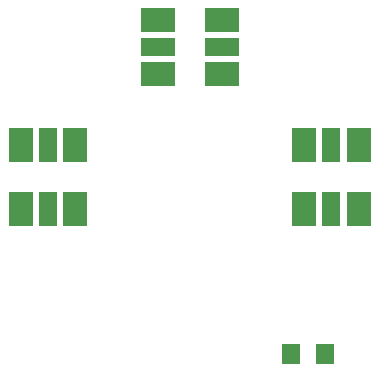
<source format=gtp>
G75*
G70*
%OFA0B0*%
%FSLAX24Y24*%
%IPPOS*%
%LPD*%
%AMOC8*
5,1,8,0,0,1.08239X$1,22.5*
%
%ADD10R,0.0787X0.1181*%
%ADD11R,0.0630X0.1181*%
%ADD12R,0.1181X0.0787*%
%ADD13R,0.1181X0.0630*%
%ADD14R,0.0630X0.0710*%
D10*
X002394Y006876D03*
X004205Y006876D03*
X004205Y009002D03*
X002394Y009002D03*
X011843Y009002D03*
X013654Y009002D03*
X013654Y006876D03*
X011843Y006876D03*
D11*
X012748Y006876D03*
X012748Y009002D03*
X003300Y009002D03*
X003300Y006876D03*
D12*
X006961Y011364D03*
X006961Y013175D03*
X009087Y013175D03*
X009087Y011364D03*
D13*
X009087Y012270D03*
X006961Y012270D03*
D14*
X011401Y002033D03*
X012521Y002033D03*
M02*

</source>
